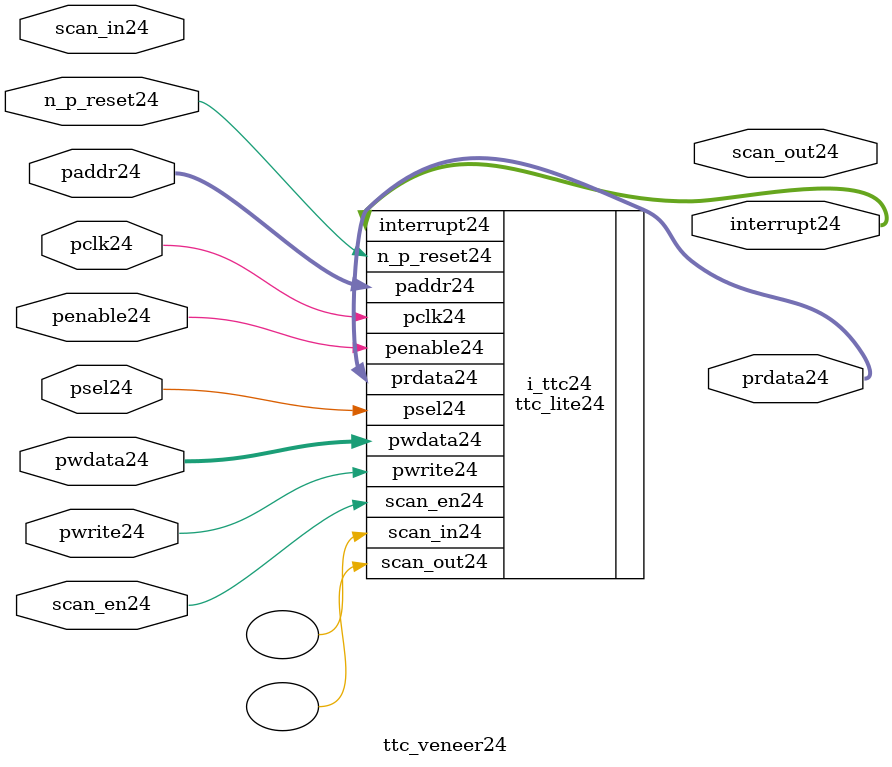
<source format=v>
module ttc_veneer24 (
           
           //inputs24
           n_p_reset24,
           pclk24,
           psel24,
           penable24,
           pwrite24,
           pwdata24,
           paddr24,
           scan_in24,
           scan_en24,

           //outputs24
           prdata24,
           interrupt24,
           scan_out24           

           );


//-----------------------------------------------------------------------------
// PORT DECLARATIONS24
//-----------------------------------------------------------------------------

   input         n_p_reset24;            //System24 Reset24
   input         pclk24;                 //System24 clock24
   input         psel24;                 //Select24 line
   input         penable24;              //Enable24
   input         pwrite24;               //Write line, 1 for write, 0 for read
   input [31:0]  pwdata24;               //Write data
   input [7:0]   paddr24;                //Address Bus24 register
   input         scan_in24;              //Scan24 chain24 input port
   input         scan_en24;              //Scan24 chain24 enable port
   
   output [31:0] prdata24;               //Read Data from the APB24 Interface24
   output [3:1]  interrupt24;            //Interrupt24 from PCI24 
   output        scan_out24;             //Scan24 chain24 output port

//##############################################################################
// if the TTC24 is NOT24 black24 boxed24 
//##############################################################################
`ifndef FV_KIT_BLACK_BOX_TTC24 

ttc_lite24 i_ttc24(

   //inputs24
   .n_p_reset24(n_p_reset24),
   .pclk24(pclk24),
   .psel24(psel24),
   .penable24(penable24),
   .pwrite24(pwrite24),
   .pwdata24(pwdata24),
   .paddr24(paddr24),
   .scan_in24(),
   .scan_en24(scan_en24),

   //outputs24
   .prdata24(prdata24),
   .interrupt24(interrupt24),
   .scan_out24()
);

`else 
//##############################################################################
// if the TTC24 is black24 boxed24 
//##############################################################################

   wire          n_p_reset24;            //System24 Reset24
   wire          pclk24;                 //System24 clock24
   wire          psel24;                 //Select24 line
   wire          penable24;              //Enable24
   wire          pwrite24;               //Write line, 1 for write, 0 for read
   wire  [31:0]  pwdata24;               //Write data
   wire  [7:0]   paddr24;                //Address Bus24 register
   wire          scan_in24;              //Scan24 chain24 wire  port
   wire          scan_en24;              //Scan24 chain24 enable port
   
   reg    [31:0] prdata24;               //Read Data from the APB24 Interface24
   reg    [3:1]  interrupt24;            //Interrupt24 from PCI24 
   reg           scan_out24;             //Scan24 chain24 reg    port

`endif
//##############################################################################
// black24 boxed24 defines24 
//##############################################################################

endmodule

</source>
